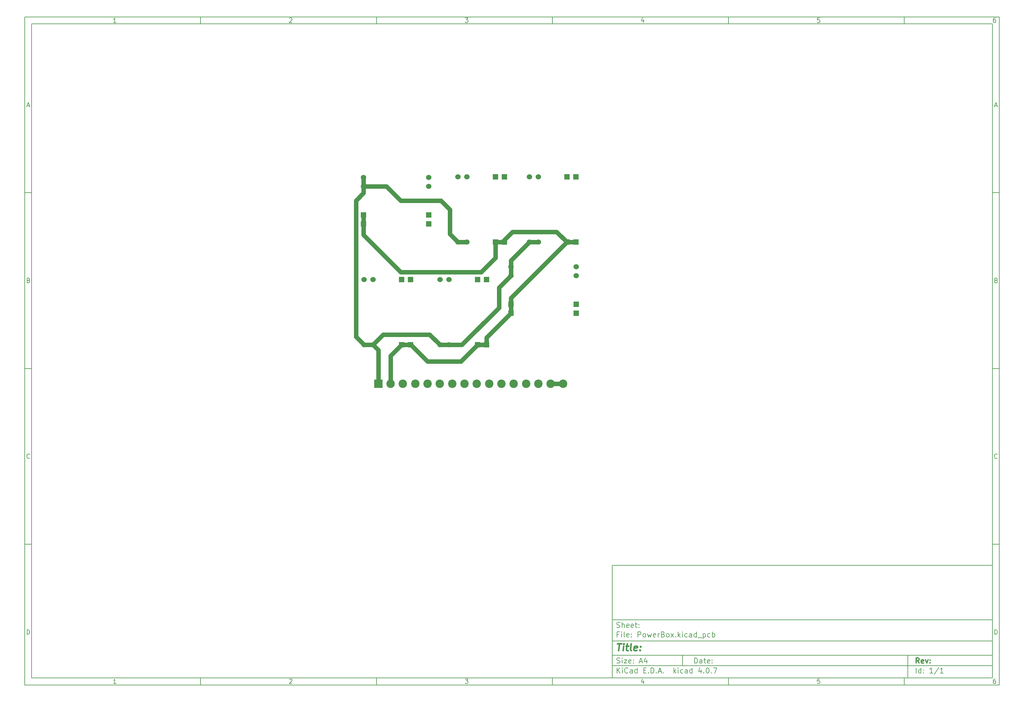
<source format=gtl>
G04 #@! TF.FileFunction,Copper,L1,Top,Signal*
%FSLAX46Y46*%
G04 Gerber Fmt 4.6, Leading zero omitted, Abs format (unit mm)*
G04 Created by KiCad (PCBNEW 4.0.7) date 09/30/17 17:29:36*
%MOMM*%
%LPD*%
G01*
G04 APERTURE LIST*
%ADD10C,0.100000*%
%ADD11C,0.150000*%
%ADD12C,0.300000*%
%ADD13C,0.400000*%
%ADD14R,2.400000X2.400000*%
%ADD15C,2.400000*%
%ADD16C,1.524000*%
%ADD17R,1.524000X1.524000*%
%ADD18C,1.270000*%
G04 APERTURE END LIST*
D10*
D11*
X177002200Y-166007200D02*
X177002200Y-198007200D01*
X285002200Y-198007200D01*
X285002200Y-166007200D01*
X177002200Y-166007200D01*
D10*
D11*
X10000000Y-10000000D02*
X10000000Y-200007200D01*
X287002200Y-200007200D01*
X287002200Y-10000000D01*
X10000000Y-10000000D01*
D10*
D11*
X12000000Y-12000000D02*
X12000000Y-198007200D01*
X285002200Y-198007200D01*
X285002200Y-12000000D01*
X12000000Y-12000000D01*
D10*
D11*
X60000000Y-12000000D02*
X60000000Y-10000000D01*
D10*
D11*
X110000000Y-12000000D02*
X110000000Y-10000000D01*
D10*
D11*
X160000000Y-12000000D02*
X160000000Y-10000000D01*
D10*
D11*
X210000000Y-12000000D02*
X210000000Y-10000000D01*
D10*
D11*
X260000000Y-12000000D02*
X260000000Y-10000000D01*
D10*
D11*
X35990476Y-11588095D02*
X35247619Y-11588095D01*
X35619048Y-11588095D02*
X35619048Y-10288095D01*
X35495238Y-10473810D01*
X35371429Y-10597619D01*
X35247619Y-10659524D01*
D10*
D11*
X85247619Y-10411905D02*
X85309524Y-10350000D01*
X85433333Y-10288095D01*
X85742857Y-10288095D01*
X85866667Y-10350000D01*
X85928571Y-10411905D01*
X85990476Y-10535714D01*
X85990476Y-10659524D01*
X85928571Y-10845238D01*
X85185714Y-11588095D01*
X85990476Y-11588095D01*
D10*
D11*
X135185714Y-10288095D02*
X135990476Y-10288095D01*
X135557143Y-10783333D01*
X135742857Y-10783333D01*
X135866667Y-10845238D01*
X135928571Y-10907143D01*
X135990476Y-11030952D01*
X135990476Y-11340476D01*
X135928571Y-11464286D01*
X135866667Y-11526190D01*
X135742857Y-11588095D01*
X135371429Y-11588095D01*
X135247619Y-11526190D01*
X135185714Y-11464286D01*
D10*
D11*
X185866667Y-10721429D02*
X185866667Y-11588095D01*
X185557143Y-10226190D02*
X185247619Y-11154762D01*
X186052381Y-11154762D01*
D10*
D11*
X235928571Y-10288095D02*
X235309524Y-10288095D01*
X235247619Y-10907143D01*
X235309524Y-10845238D01*
X235433333Y-10783333D01*
X235742857Y-10783333D01*
X235866667Y-10845238D01*
X235928571Y-10907143D01*
X235990476Y-11030952D01*
X235990476Y-11340476D01*
X235928571Y-11464286D01*
X235866667Y-11526190D01*
X235742857Y-11588095D01*
X235433333Y-11588095D01*
X235309524Y-11526190D01*
X235247619Y-11464286D01*
D10*
D11*
X285866667Y-10288095D02*
X285619048Y-10288095D01*
X285495238Y-10350000D01*
X285433333Y-10411905D01*
X285309524Y-10597619D01*
X285247619Y-10845238D01*
X285247619Y-11340476D01*
X285309524Y-11464286D01*
X285371429Y-11526190D01*
X285495238Y-11588095D01*
X285742857Y-11588095D01*
X285866667Y-11526190D01*
X285928571Y-11464286D01*
X285990476Y-11340476D01*
X285990476Y-11030952D01*
X285928571Y-10907143D01*
X285866667Y-10845238D01*
X285742857Y-10783333D01*
X285495238Y-10783333D01*
X285371429Y-10845238D01*
X285309524Y-10907143D01*
X285247619Y-11030952D01*
D10*
D11*
X60000000Y-198007200D02*
X60000000Y-200007200D01*
D10*
D11*
X110000000Y-198007200D02*
X110000000Y-200007200D01*
D10*
D11*
X160000000Y-198007200D02*
X160000000Y-200007200D01*
D10*
D11*
X210000000Y-198007200D02*
X210000000Y-200007200D01*
D10*
D11*
X260000000Y-198007200D02*
X260000000Y-200007200D01*
D10*
D11*
X35990476Y-199595295D02*
X35247619Y-199595295D01*
X35619048Y-199595295D02*
X35619048Y-198295295D01*
X35495238Y-198481010D01*
X35371429Y-198604819D01*
X35247619Y-198666724D01*
D10*
D11*
X85247619Y-198419105D02*
X85309524Y-198357200D01*
X85433333Y-198295295D01*
X85742857Y-198295295D01*
X85866667Y-198357200D01*
X85928571Y-198419105D01*
X85990476Y-198542914D01*
X85990476Y-198666724D01*
X85928571Y-198852438D01*
X85185714Y-199595295D01*
X85990476Y-199595295D01*
D10*
D11*
X135185714Y-198295295D02*
X135990476Y-198295295D01*
X135557143Y-198790533D01*
X135742857Y-198790533D01*
X135866667Y-198852438D01*
X135928571Y-198914343D01*
X135990476Y-199038152D01*
X135990476Y-199347676D01*
X135928571Y-199471486D01*
X135866667Y-199533390D01*
X135742857Y-199595295D01*
X135371429Y-199595295D01*
X135247619Y-199533390D01*
X135185714Y-199471486D01*
D10*
D11*
X185866667Y-198728629D02*
X185866667Y-199595295D01*
X185557143Y-198233390D02*
X185247619Y-199161962D01*
X186052381Y-199161962D01*
D10*
D11*
X235928571Y-198295295D02*
X235309524Y-198295295D01*
X235247619Y-198914343D01*
X235309524Y-198852438D01*
X235433333Y-198790533D01*
X235742857Y-198790533D01*
X235866667Y-198852438D01*
X235928571Y-198914343D01*
X235990476Y-199038152D01*
X235990476Y-199347676D01*
X235928571Y-199471486D01*
X235866667Y-199533390D01*
X235742857Y-199595295D01*
X235433333Y-199595295D01*
X235309524Y-199533390D01*
X235247619Y-199471486D01*
D10*
D11*
X285866667Y-198295295D02*
X285619048Y-198295295D01*
X285495238Y-198357200D01*
X285433333Y-198419105D01*
X285309524Y-198604819D01*
X285247619Y-198852438D01*
X285247619Y-199347676D01*
X285309524Y-199471486D01*
X285371429Y-199533390D01*
X285495238Y-199595295D01*
X285742857Y-199595295D01*
X285866667Y-199533390D01*
X285928571Y-199471486D01*
X285990476Y-199347676D01*
X285990476Y-199038152D01*
X285928571Y-198914343D01*
X285866667Y-198852438D01*
X285742857Y-198790533D01*
X285495238Y-198790533D01*
X285371429Y-198852438D01*
X285309524Y-198914343D01*
X285247619Y-199038152D01*
D10*
D11*
X10000000Y-60000000D02*
X12000000Y-60000000D01*
D10*
D11*
X10000000Y-110000000D02*
X12000000Y-110000000D01*
D10*
D11*
X10000000Y-160000000D02*
X12000000Y-160000000D01*
D10*
D11*
X10690476Y-35216667D02*
X11309524Y-35216667D01*
X10566667Y-35588095D02*
X11000000Y-34288095D01*
X11433333Y-35588095D01*
D10*
D11*
X11092857Y-84907143D02*
X11278571Y-84969048D01*
X11340476Y-85030952D01*
X11402381Y-85154762D01*
X11402381Y-85340476D01*
X11340476Y-85464286D01*
X11278571Y-85526190D01*
X11154762Y-85588095D01*
X10659524Y-85588095D01*
X10659524Y-84288095D01*
X11092857Y-84288095D01*
X11216667Y-84350000D01*
X11278571Y-84411905D01*
X11340476Y-84535714D01*
X11340476Y-84659524D01*
X11278571Y-84783333D01*
X11216667Y-84845238D01*
X11092857Y-84907143D01*
X10659524Y-84907143D01*
D10*
D11*
X11402381Y-135464286D02*
X11340476Y-135526190D01*
X11154762Y-135588095D01*
X11030952Y-135588095D01*
X10845238Y-135526190D01*
X10721429Y-135402381D01*
X10659524Y-135278571D01*
X10597619Y-135030952D01*
X10597619Y-134845238D01*
X10659524Y-134597619D01*
X10721429Y-134473810D01*
X10845238Y-134350000D01*
X11030952Y-134288095D01*
X11154762Y-134288095D01*
X11340476Y-134350000D01*
X11402381Y-134411905D01*
D10*
D11*
X10659524Y-185588095D02*
X10659524Y-184288095D01*
X10969048Y-184288095D01*
X11154762Y-184350000D01*
X11278571Y-184473810D01*
X11340476Y-184597619D01*
X11402381Y-184845238D01*
X11402381Y-185030952D01*
X11340476Y-185278571D01*
X11278571Y-185402381D01*
X11154762Y-185526190D01*
X10969048Y-185588095D01*
X10659524Y-185588095D01*
D10*
D11*
X287002200Y-60000000D02*
X285002200Y-60000000D01*
D10*
D11*
X287002200Y-110000000D02*
X285002200Y-110000000D01*
D10*
D11*
X287002200Y-160000000D02*
X285002200Y-160000000D01*
D10*
D11*
X285692676Y-35216667D02*
X286311724Y-35216667D01*
X285568867Y-35588095D02*
X286002200Y-34288095D01*
X286435533Y-35588095D01*
D10*
D11*
X286095057Y-84907143D02*
X286280771Y-84969048D01*
X286342676Y-85030952D01*
X286404581Y-85154762D01*
X286404581Y-85340476D01*
X286342676Y-85464286D01*
X286280771Y-85526190D01*
X286156962Y-85588095D01*
X285661724Y-85588095D01*
X285661724Y-84288095D01*
X286095057Y-84288095D01*
X286218867Y-84350000D01*
X286280771Y-84411905D01*
X286342676Y-84535714D01*
X286342676Y-84659524D01*
X286280771Y-84783333D01*
X286218867Y-84845238D01*
X286095057Y-84907143D01*
X285661724Y-84907143D01*
D10*
D11*
X286404581Y-135464286D02*
X286342676Y-135526190D01*
X286156962Y-135588095D01*
X286033152Y-135588095D01*
X285847438Y-135526190D01*
X285723629Y-135402381D01*
X285661724Y-135278571D01*
X285599819Y-135030952D01*
X285599819Y-134845238D01*
X285661724Y-134597619D01*
X285723629Y-134473810D01*
X285847438Y-134350000D01*
X286033152Y-134288095D01*
X286156962Y-134288095D01*
X286342676Y-134350000D01*
X286404581Y-134411905D01*
D10*
D11*
X285661724Y-185588095D02*
X285661724Y-184288095D01*
X285971248Y-184288095D01*
X286156962Y-184350000D01*
X286280771Y-184473810D01*
X286342676Y-184597619D01*
X286404581Y-184845238D01*
X286404581Y-185030952D01*
X286342676Y-185278571D01*
X286280771Y-185402381D01*
X286156962Y-185526190D01*
X285971248Y-185588095D01*
X285661724Y-185588095D01*
D10*
D11*
X200359343Y-193785771D02*
X200359343Y-192285771D01*
X200716486Y-192285771D01*
X200930771Y-192357200D01*
X201073629Y-192500057D01*
X201145057Y-192642914D01*
X201216486Y-192928629D01*
X201216486Y-193142914D01*
X201145057Y-193428629D01*
X201073629Y-193571486D01*
X200930771Y-193714343D01*
X200716486Y-193785771D01*
X200359343Y-193785771D01*
X202502200Y-193785771D02*
X202502200Y-193000057D01*
X202430771Y-192857200D01*
X202287914Y-192785771D01*
X202002200Y-192785771D01*
X201859343Y-192857200D01*
X202502200Y-193714343D02*
X202359343Y-193785771D01*
X202002200Y-193785771D01*
X201859343Y-193714343D01*
X201787914Y-193571486D01*
X201787914Y-193428629D01*
X201859343Y-193285771D01*
X202002200Y-193214343D01*
X202359343Y-193214343D01*
X202502200Y-193142914D01*
X203002200Y-192785771D02*
X203573629Y-192785771D01*
X203216486Y-192285771D02*
X203216486Y-193571486D01*
X203287914Y-193714343D01*
X203430772Y-193785771D01*
X203573629Y-193785771D01*
X204645057Y-193714343D02*
X204502200Y-193785771D01*
X204216486Y-193785771D01*
X204073629Y-193714343D01*
X204002200Y-193571486D01*
X204002200Y-193000057D01*
X204073629Y-192857200D01*
X204216486Y-192785771D01*
X204502200Y-192785771D01*
X204645057Y-192857200D01*
X204716486Y-193000057D01*
X204716486Y-193142914D01*
X204002200Y-193285771D01*
X205359343Y-193642914D02*
X205430771Y-193714343D01*
X205359343Y-193785771D01*
X205287914Y-193714343D01*
X205359343Y-193642914D01*
X205359343Y-193785771D01*
X205359343Y-192857200D02*
X205430771Y-192928629D01*
X205359343Y-193000057D01*
X205287914Y-192928629D01*
X205359343Y-192857200D01*
X205359343Y-193000057D01*
D10*
D11*
X177002200Y-194507200D02*
X285002200Y-194507200D01*
D10*
D11*
X178359343Y-196585771D02*
X178359343Y-195085771D01*
X179216486Y-196585771D02*
X178573629Y-195728629D01*
X179216486Y-195085771D02*
X178359343Y-195942914D01*
X179859343Y-196585771D02*
X179859343Y-195585771D01*
X179859343Y-195085771D02*
X179787914Y-195157200D01*
X179859343Y-195228629D01*
X179930771Y-195157200D01*
X179859343Y-195085771D01*
X179859343Y-195228629D01*
X181430772Y-196442914D02*
X181359343Y-196514343D01*
X181145057Y-196585771D01*
X181002200Y-196585771D01*
X180787915Y-196514343D01*
X180645057Y-196371486D01*
X180573629Y-196228629D01*
X180502200Y-195942914D01*
X180502200Y-195728629D01*
X180573629Y-195442914D01*
X180645057Y-195300057D01*
X180787915Y-195157200D01*
X181002200Y-195085771D01*
X181145057Y-195085771D01*
X181359343Y-195157200D01*
X181430772Y-195228629D01*
X182716486Y-196585771D02*
X182716486Y-195800057D01*
X182645057Y-195657200D01*
X182502200Y-195585771D01*
X182216486Y-195585771D01*
X182073629Y-195657200D01*
X182716486Y-196514343D02*
X182573629Y-196585771D01*
X182216486Y-196585771D01*
X182073629Y-196514343D01*
X182002200Y-196371486D01*
X182002200Y-196228629D01*
X182073629Y-196085771D01*
X182216486Y-196014343D01*
X182573629Y-196014343D01*
X182716486Y-195942914D01*
X184073629Y-196585771D02*
X184073629Y-195085771D01*
X184073629Y-196514343D02*
X183930772Y-196585771D01*
X183645058Y-196585771D01*
X183502200Y-196514343D01*
X183430772Y-196442914D01*
X183359343Y-196300057D01*
X183359343Y-195871486D01*
X183430772Y-195728629D01*
X183502200Y-195657200D01*
X183645058Y-195585771D01*
X183930772Y-195585771D01*
X184073629Y-195657200D01*
X185930772Y-195800057D02*
X186430772Y-195800057D01*
X186645058Y-196585771D02*
X185930772Y-196585771D01*
X185930772Y-195085771D01*
X186645058Y-195085771D01*
X187287915Y-196442914D02*
X187359343Y-196514343D01*
X187287915Y-196585771D01*
X187216486Y-196514343D01*
X187287915Y-196442914D01*
X187287915Y-196585771D01*
X188002201Y-196585771D02*
X188002201Y-195085771D01*
X188359344Y-195085771D01*
X188573629Y-195157200D01*
X188716487Y-195300057D01*
X188787915Y-195442914D01*
X188859344Y-195728629D01*
X188859344Y-195942914D01*
X188787915Y-196228629D01*
X188716487Y-196371486D01*
X188573629Y-196514343D01*
X188359344Y-196585771D01*
X188002201Y-196585771D01*
X189502201Y-196442914D02*
X189573629Y-196514343D01*
X189502201Y-196585771D01*
X189430772Y-196514343D01*
X189502201Y-196442914D01*
X189502201Y-196585771D01*
X190145058Y-196157200D02*
X190859344Y-196157200D01*
X190002201Y-196585771D02*
X190502201Y-195085771D01*
X191002201Y-196585771D01*
X191502201Y-196442914D02*
X191573629Y-196514343D01*
X191502201Y-196585771D01*
X191430772Y-196514343D01*
X191502201Y-196442914D01*
X191502201Y-196585771D01*
X194502201Y-196585771D02*
X194502201Y-195085771D01*
X194645058Y-196014343D02*
X195073629Y-196585771D01*
X195073629Y-195585771D02*
X194502201Y-196157200D01*
X195716487Y-196585771D02*
X195716487Y-195585771D01*
X195716487Y-195085771D02*
X195645058Y-195157200D01*
X195716487Y-195228629D01*
X195787915Y-195157200D01*
X195716487Y-195085771D01*
X195716487Y-195228629D01*
X197073630Y-196514343D02*
X196930773Y-196585771D01*
X196645059Y-196585771D01*
X196502201Y-196514343D01*
X196430773Y-196442914D01*
X196359344Y-196300057D01*
X196359344Y-195871486D01*
X196430773Y-195728629D01*
X196502201Y-195657200D01*
X196645059Y-195585771D01*
X196930773Y-195585771D01*
X197073630Y-195657200D01*
X198359344Y-196585771D02*
X198359344Y-195800057D01*
X198287915Y-195657200D01*
X198145058Y-195585771D01*
X197859344Y-195585771D01*
X197716487Y-195657200D01*
X198359344Y-196514343D02*
X198216487Y-196585771D01*
X197859344Y-196585771D01*
X197716487Y-196514343D01*
X197645058Y-196371486D01*
X197645058Y-196228629D01*
X197716487Y-196085771D01*
X197859344Y-196014343D01*
X198216487Y-196014343D01*
X198359344Y-195942914D01*
X199716487Y-196585771D02*
X199716487Y-195085771D01*
X199716487Y-196514343D02*
X199573630Y-196585771D01*
X199287916Y-196585771D01*
X199145058Y-196514343D01*
X199073630Y-196442914D01*
X199002201Y-196300057D01*
X199002201Y-195871486D01*
X199073630Y-195728629D01*
X199145058Y-195657200D01*
X199287916Y-195585771D01*
X199573630Y-195585771D01*
X199716487Y-195657200D01*
X202216487Y-195585771D02*
X202216487Y-196585771D01*
X201859344Y-195014343D02*
X201502201Y-196085771D01*
X202430773Y-196085771D01*
X203002201Y-196442914D02*
X203073629Y-196514343D01*
X203002201Y-196585771D01*
X202930772Y-196514343D01*
X203002201Y-196442914D01*
X203002201Y-196585771D01*
X204002201Y-195085771D02*
X204145058Y-195085771D01*
X204287915Y-195157200D01*
X204359344Y-195228629D01*
X204430773Y-195371486D01*
X204502201Y-195657200D01*
X204502201Y-196014343D01*
X204430773Y-196300057D01*
X204359344Y-196442914D01*
X204287915Y-196514343D01*
X204145058Y-196585771D01*
X204002201Y-196585771D01*
X203859344Y-196514343D01*
X203787915Y-196442914D01*
X203716487Y-196300057D01*
X203645058Y-196014343D01*
X203645058Y-195657200D01*
X203716487Y-195371486D01*
X203787915Y-195228629D01*
X203859344Y-195157200D01*
X204002201Y-195085771D01*
X205145058Y-196442914D02*
X205216486Y-196514343D01*
X205145058Y-196585771D01*
X205073629Y-196514343D01*
X205145058Y-196442914D01*
X205145058Y-196585771D01*
X205716487Y-195085771D02*
X206716487Y-195085771D01*
X206073630Y-196585771D01*
D10*
D11*
X177002200Y-191507200D02*
X285002200Y-191507200D01*
D10*
D12*
X264216486Y-193785771D02*
X263716486Y-193071486D01*
X263359343Y-193785771D02*
X263359343Y-192285771D01*
X263930771Y-192285771D01*
X264073629Y-192357200D01*
X264145057Y-192428629D01*
X264216486Y-192571486D01*
X264216486Y-192785771D01*
X264145057Y-192928629D01*
X264073629Y-193000057D01*
X263930771Y-193071486D01*
X263359343Y-193071486D01*
X265430771Y-193714343D02*
X265287914Y-193785771D01*
X265002200Y-193785771D01*
X264859343Y-193714343D01*
X264787914Y-193571486D01*
X264787914Y-193000057D01*
X264859343Y-192857200D01*
X265002200Y-192785771D01*
X265287914Y-192785771D01*
X265430771Y-192857200D01*
X265502200Y-193000057D01*
X265502200Y-193142914D01*
X264787914Y-193285771D01*
X266002200Y-192785771D02*
X266359343Y-193785771D01*
X266716485Y-192785771D01*
X267287914Y-193642914D02*
X267359342Y-193714343D01*
X267287914Y-193785771D01*
X267216485Y-193714343D01*
X267287914Y-193642914D01*
X267287914Y-193785771D01*
X267287914Y-192857200D02*
X267359342Y-192928629D01*
X267287914Y-193000057D01*
X267216485Y-192928629D01*
X267287914Y-192857200D01*
X267287914Y-193000057D01*
D10*
D11*
X178287914Y-193714343D02*
X178502200Y-193785771D01*
X178859343Y-193785771D01*
X179002200Y-193714343D01*
X179073629Y-193642914D01*
X179145057Y-193500057D01*
X179145057Y-193357200D01*
X179073629Y-193214343D01*
X179002200Y-193142914D01*
X178859343Y-193071486D01*
X178573629Y-193000057D01*
X178430771Y-192928629D01*
X178359343Y-192857200D01*
X178287914Y-192714343D01*
X178287914Y-192571486D01*
X178359343Y-192428629D01*
X178430771Y-192357200D01*
X178573629Y-192285771D01*
X178930771Y-192285771D01*
X179145057Y-192357200D01*
X179787914Y-193785771D02*
X179787914Y-192785771D01*
X179787914Y-192285771D02*
X179716485Y-192357200D01*
X179787914Y-192428629D01*
X179859342Y-192357200D01*
X179787914Y-192285771D01*
X179787914Y-192428629D01*
X180359343Y-192785771D02*
X181145057Y-192785771D01*
X180359343Y-193785771D01*
X181145057Y-193785771D01*
X182287914Y-193714343D02*
X182145057Y-193785771D01*
X181859343Y-193785771D01*
X181716486Y-193714343D01*
X181645057Y-193571486D01*
X181645057Y-193000057D01*
X181716486Y-192857200D01*
X181859343Y-192785771D01*
X182145057Y-192785771D01*
X182287914Y-192857200D01*
X182359343Y-193000057D01*
X182359343Y-193142914D01*
X181645057Y-193285771D01*
X183002200Y-193642914D02*
X183073628Y-193714343D01*
X183002200Y-193785771D01*
X182930771Y-193714343D01*
X183002200Y-193642914D01*
X183002200Y-193785771D01*
X183002200Y-192857200D02*
X183073628Y-192928629D01*
X183002200Y-193000057D01*
X182930771Y-192928629D01*
X183002200Y-192857200D01*
X183002200Y-193000057D01*
X184787914Y-193357200D02*
X185502200Y-193357200D01*
X184645057Y-193785771D02*
X185145057Y-192285771D01*
X185645057Y-193785771D01*
X186787914Y-192785771D02*
X186787914Y-193785771D01*
X186430771Y-192214343D02*
X186073628Y-193285771D01*
X187002200Y-193285771D01*
D10*
D11*
X263359343Y-196585771D02*
X263359343Y-195085771D01*
X264716486Y-196585771D02*
X264716486Y-195085771D01*
X264716486Y-196514343D02*
X264573629Y-196585771D01*
X264287915Y-196585771D01*
X264145057Y-196514343D01*
X264073629Y-196442914D01*
X264002200Y-196300057D01*
X264002200Y-195871486D01*
X264073629Y-195728629D01*
X264145057Y-195657200D01*
X264287915Y-195585771D01*
X264573629Y-195585771D01*
X264716486Y-195657200D01*
X265430772Y-196442914D02*
X265502200Y-196514343D01*
X265430772Y-196585771D01*
X265359343Y-196514343D01*
X265430772Y-196442914D01*
X265430772Y-196585771D01*
X265430772Y-195657200D02*
X265502200Y-195728629D01*
X265430772Y-195800057D01*
X265359343Y-195728629D01*
X265430772Y-195657200D01*
X265430772Y-195800057D01*
X268073629Y-196585771D02*
X267216486Y-196585771D01*
X267645058Y-196585771D02*
X267645058Y-195085771D01*
X267502201Y-195300057D01*
X267359343Y-195442914D01*
X267216486Y-195514343D01*
X269787914Y-195014343D02*
X268502200Y-196942914D01*
X271073629Y-196585771D02*
X270216486Y-196585771D01*
X270645058Y-196585771D02*
X270645058Y-195085771D01*
X270502201Y-195300057D01*
X270359343Y-195442914D01*
X270216486Y-195514343D01*
D10*
D11*
X177002200Y-187507200D02*
X285002200Y-187507200D01*
D10*
D13*
X178454581Y-188211962D02*
X179597438Y-188211962D01*
X178776010Y-190211962D02*
X179026010Y-188211962D01*
X180014105Y-190211962D02*
X180180771Y-188878629D01*
X180264105Y-188211962D02*
X180156962Y-188307200D01*
X180240295Y-188402438D01*
X180347439Y-188307200D01*
X180264105Y-188211962D01*
X180240295Y-188402438D01*
X180847438Y-188878629D02*
X181609343Y-188878629D01*
X181216486Y-188211962D02*
X181002200Y-189926248D01*
X181073630Y-190116724D01*
X181252201Y-190211962D01*
X181442677Y-190211962D01*
X182395058Y-190211962D02*
X182216487Y-190116724D01*
X182145057Y-189926248D01*
X182359343Y-188211962D01*
X183930772Y-190116724D02*
X183728391Y-190211962D01*
X183347439Y-190211962D01*
X183168867Y-190116724D01*
X183097438Y-189926248D01*
X183192676Y-189164343D01*
X183311724Y-188973867D01*
X183514105Y-188878629D01*
X183895057Y-188878629D01*
X184073629Y-188973867D01*
X184145057Y-189164343D01*
X184121248Y-189354819D01*
X183145057Y-189545295D01*
X184895057Y-190021486D02*
X184978392Y-190116724D01*
X184871248Y-190211962D01*
X184787915Y-190116724D01*
X184895057Y-190021486D01*
X184871248Y-190211962D01*
X185026010Y-188973867D02*
X185109344Y-189069105D01*
X185002200Y-189164343D01*
X184918867Y-189069105D01*
X185026010Y-188973867D01*
X185002200Y-189164343D01*
D10*
D11*
X178859343Y-185600057D02*
X178359343Y-185600057D01*
X178359343Y-186385771D02*
X178359343Y-184885771D01*
X179073629Y-184885771D01*
X179645057Y-186385771D02*
X179645057Y-185385771D01*
X179645057Y-184885771D02*
X179573628Y-184957200D01*
X179645057Y-185028629D01*
X179716485Y-184957200D01*
X179645057Y-184885771D01*
X179645057Y-185028629D01*
X180573629Y-186385771D02*
X180430771Y-186314343D01*
X180359343Y-186171486D01*
X180359343Y-184885771D01*
X181716485Y-186314343D02*
X181573628Y-186385771D01*
X181287914Y-186385771D01*
X181145057Y-186314343D01*
X181073628Y-186171486D01*
X181073628Y-185600057D01*
X181145057Y-185457200D01*
X181287914Y-185385771D01*
X181573628Y-185385771D01*
X181716485Y-185457200D01*
X181787914Y-185600057D01*
X181787914Y-185742914D01*
X181073628Y-185885771D01*
X182430771Y-186242914D02*
X182502199Y-186314343D01*
X182430771Y-186385771D01*
X182359342Y-186314343D01*
X182430771Y-186242914D01*
X182430771Y-186385771D01*
X182430771Y-185457200D02*
X182502199Y-185528629D01*
X182430771Y-185600057D01*
X182359342Y-185528629D01*
X182430771Y-185457200D01*
X182430771Y-185600057D01*
X184287914Y-186385771D02*
X184287914Y-184885771D01*
X184859342Y-184885771D01*
X185002200Y-184957200D01*
X185073628Y-185028629D01*
X185145057Y-185171486D01*
X185145057Y-185385771D01*
X185073628Y-185528629D01*
X185002200Y-185600057D01*
X184859342Y-185671486D01*
X184287914Y-185671486D01*
X186002200Y-186385771D02*
X185859342Y-186314343D01*
X185787914Y-186242914D01*
X185716485Y-186100057D01*
X185716485Y-185671486D01*
X185787914Y-185528629D01*
X185859342Y-185457200D01*
X186002200Y-185385771D01*
X186216485Y-185385771D01*
X186359342Y-185457200D01*
X186430771Y-185528629D01*
X186502200Y-185671486D01*
X186502200Y-186100057D01*
X186430771Y-186242914D01*
X186359342Y-186314343D01*
X186216485Y-186385771D01*
X186002200Y-186385771D01*
X187002200Y-185385771D02*
X187287914Y-186385771D01*
X187573628Y-185671486D01*
X187859343Y-186385771D01*
X188145057Y-185385771D01*
X189287914Y-186314343D02*
X189145057Y-186385771D01*
X188859343Y-186385771D01*
X188716486Y-186314343D01*
X188645057Y-186171486D01*
X188645057Y-185600057D01*
X188716486Y-185457200D01*
X188859343Y-185385771D01*
X189145057Y-185385771D01*
X189287914Y-185457200D01*
X189359343Y-185600057D01*
X189359343Y-185742914D01*
X188645057Y-185885771D01*
X190002200Y-186385771D02*
X190002200Y-185385771D01*
X190002200Y-185671486D02*
X190073628Y-185528629D01*
X190145057Y-185457200D01*
X190287914Y-185385771D01*
X190430771Y-185385771D01*
X191430771Y-185600057D02*
X191645057Y-185671486D01*
X191716485Y-185742914D01*
X191787914Y-185885771D01*
X191787914Y-186100057D01*
X191716485Y-186242914D01*
X191645057Y-186314343D01*
X191502199Y-186385771D01*
X190930771Y-186385771D01*
X190930771Y-184885771D01*
X191430771Y-184885771D01*
X191573628Y-184957200D01*
X191645057Y-185028629D01*
X191716485Y-185171486D01*
X191716485Y-185314343D01*
X191645057Y-185457200D01*
X191573628Y-185528629D01*
X191430771Y-185600057D01*
X190930771Y-185600057D01*
X192645057Y-186385771D02*
X192502199Y-186314343D01*
X192430771Y-186242914D01*
X192359342Y-186100057D01*
X192359342Y-185671486D01*
X192430771Y-185528629D01*
X192502199Y-185457200D01*
X192645057Y-185385771D01*
X192859342Y-185385771D01*
X193002199Y-185457200D01*
X193073628Y-185528629D01*
X193145057Y-185671486D01*
X193145057Y-186100057D01*
X193073628Y-186242914D01*
X193002199Y-186314343D01*
X192859342Y-186385771D01*
X192645057Y-186385771D01*
X193645057Y-186385771D02*
X194430771Y-185385771D01*
X193645057Y-185385771D02*
X194430771Y-186385771D01*
X195002200Y-186242914D02*
X195073628Y-186314343D01*
X195002200Y-186385771D01*
X194930771Y-186314343D01*
X195002200Y-186242914D01*
X195002200Y-186385771D01*
X195716486Y-186385771D02*
X195716486Y-184885771D01*
X195859343Y-185814343D02*
X196287914Y-186385771D01*
X196287914Y-185385771D02*
X195716486Y-185957200D01*
X196930772Y-186385771D02*
X196930772Y-185385771D01*
X196930772Y-184885771D02*
X196859343Y-184957200D01*
X196930772Y-185028629D01*
X197002200Y-184957200D01*
X196930772Y-184885771D01*
X196930772Y-185028629D01*
X198287915Y-186314343D02*
X198145058Y-186385771D01*
X197859344Y-186385771D01*
X197716486Y-186314343D01*
X197645058Y-186242914D01*
X197573629Y-186100057D01*
X197573629Y-185671486D01*
X197645058Y-185528629D01*
X197716486Y-185457200D01*
X197859344Y-185385771D01*
X198145058Y-185385771D01*
X198287915Y-185457200D01*
X199573629Y-186385771D02*
X199573629Y-185600057D01*
X199502200Y-185457200D01*
X199359343Y-185385771D01*
X199073629Y-185385771D01*
X198930772Y-185457200D01*
X199573629Y-186314343D02*
X199430772Y-186385771D01*
X199073629Y-186385771D01*
X198930772Y-186314343D01*
X198859343Y-186171486D01*
X198859343Y-186028629D01*
X198930772Y-185885771D01*
X199073629Y-185814343D01*
X199430772Y-185814343D01*
X199573629Y-185742914D01*
X200930772Y-186385771D02*
X200930772Y-184885771D01*
X200930772Y-186314343D02*
X200787915Y-186385771D01*
X200502201Y-186385771D01*
X200359343Y-186314343D01*
X200287915Y-186242914D01*
X200216486Y-186100057D01*
X200216486Y-185671486D01*
X200287915Y-185528629D01*
X200359343Y-185457200D01*
X200502201Y-185385771D01*
X200787915Y-185385771D01*
X200930772Y-185457200D01*
X201287915Y-186528629D02*
X202430772Y-186528629D01*
X202787915Y-185385771D02*
X202787915Y-186885771D01*
X202787915Y-185457200D02*
X202930772Y-185385771D01*
X203216486Y-185385771D01*
X203359343Y-185457200D01*
X203430772Y-185528629D01*
X203502201Y-185671486D01*
X203502201Y-186100057D01*
X203430772Y-186242914D01*
X203359343Y-186314343D01*
X203216486Y-186385771D01*
X202930772Y-186385771D01*
X202787915Y-186314343D01*
X204787915Y-186314343D02*
X204645058Y-186385771D01*
X204359344Y-186385771D01*
X204216486Y-186314343D01*
X204145058Y-186242914D01*
X204073629Y-186100057D01*
X204073629Y-185671486D01*
X204145058Y-185528629D01*
X204216486Y-185457200D01*
X204359344Y-185385771D01*
X204645058Y-185385771D01*
X204787915Y-185457200D01*
X205430772Y-186385771D02*
X205430772Y-184885771D01*
X205430772Y-185457200D02*
X205573629Y-185385771D01*
X205859343Y-185385771D01*
X206002200Y-185457200D01*
X206073629Y-185528629D01*
X206145058Y-185671486D01*
X206145058Y-186100057D01*
X206073629Y-186242914D01*
X206002200Y-186314343D01*
X205859343Y-186385771D01*
X205573629Y-186385771D01*
X205430772Y-186314343D01*
D10*
D11*
X177002200Y-181507200D02*
X285002200Y-181507200D01*
D10*
D11*
X178287914Y-183614343D02*
X178502200Y-183685771D01*
X178859343Y-183685771D01*
X179002200Y-183614343D01*
X179073629Y-183542914D01*
X179145057Y-183400057D01*
X179145057Y-183257200D01*
X179073629Y-183114343D01*
X179002200Y-183042914D01*
X178859343Y-182971486D01*
X178573629Y-182900057D01*
X178430771Y-182828629D01*
X178359343Y-182757200D01*
X178287914Y-182614343D01*
X178287914Y-182471486D01*
X178359343Y-182328629D01*
X178430771Y-182257200D01*
X178573629Y-182185771D01*
X178930771Y-182185771D01*
X179145057Y-182257200D01*
X179787914Y-183685771D02*
X179787914Y-182185771D01*
X180430771Y-183685771D02*
X180430771Y-182900057D01*
X180359342Y-182757200D01*
X180216485Y-182685771D01*
X180002200Y-182685771D01*
X179859342Y-182757200D01*
X179787914Y-182828629D01*
X181716485Y-183614343D02*
X181573628Y-183685771D01*
X181287914Y-183685771D01*
X181145057Y-183614343D01*
X181073628Y-183471486D01*
X181073628Y-182900057D01*
X181145057Y-182757200D01*
X181287914Y-182685771D01*
X181573628Y-182685771D01*
X181716485Y-182757200D01*
X181787914Y-182900057D01*
X181787914Y-183042914D01*
X181073628Y-183185771D01*
X183002199Y-183614343D02*
X182859342Y-183685771D01*
X182573628Y-183685771D01*
X182430771Y-183614343D01*
X182359342Y-183471486D01*
X182359342Y-182900057D01*
X182430771Y-182757200D01*
X182573628Y-182685771D01*
X182859342Y-182685771D01*
X183002199Y-182757200D01*
X183073628Y-182900057D01*
X183073628Y-183042914D01*
X182359342Y-183185771D01*
X183502199Y-182685771D02*
X184073628Y-182685771D01*
X183716485Y-182185771D02*
X183716485Y-183471486D01*
X183787913Y-183614343D01*
X183930771Y-183685771D01*
X184073628Y-183685771D01*
X184573628Y-183542914D02*
X184645056Y-183614343D01*
X184573628Y-183685771D01*
X184502199Y-183614343D01*
X184573628Y-183542914D01*
X184573628Y-183685771D01*
X184573628Y-182757200D02*
X184645056Y-182828629D01*
X184573628Y-182900057D01*
X184502199Y-182828629D01*
X184573628Y-182757200D01*
X184573628Y-182900057D01*
D10*
D11*
X197002200Y-191507200D02*
X197002200Y-194507200D01*
D10*
D11*
X261002200Y-191507200D02*
X261002200Y-198007200D01*
D14*
X110490000Y-114300000D03*
D15*
X113990000Y-114300000D03*
X117490000Y-114300000D03*
X120990000Y-114300000D03*
X124490000Y-114300000D03*
X127990000Y-114300000D03*
X131490000Y-114300000D03*
X134990000Y-114300000D03*
X138490000Y-114300000D03*
X141990000Y-114300000D03*
X145490000Y-114300000D03*
X148990000Y-114300000D03*
X152490000Y-114300000D03*
X155990000Y-114300000D03*
X159490000Y-114300000D03*
X162990000Y-114300000D03*
D16*
X106426000Y-84709000D03*
X108966000Y-84709000D03*
D17*
X119634000Y-84709000D03*
X117094000Y-84709000D03*
X119634000Y-103251000D03*
X117094000Y-103251000D03*
D16*
X108966000Y-103251000D03*
X106426000Y-103251000D03*
X124841000Y-55626000D03*
X124841000Y-58166000D03*
D17*
X124841000Y-68834000D03*
X124841000Y-66294000D03*
X106299000Y-68834000D03*
X106299000Y-66294000D03*
D16*
X106299000Y-58166000D03*
X106299000Y-55626000D03*
X128016000Y-84709000D03*
X130556000Y-84709000D03*
D17*
X141224000Y-84709000D03*
X138684000Y-84709000D03*
X141224000Y-103251000D03*
X138684000Y-103251000D03*
D16*
X130556000Y-103251000D03*
X128016000Y-103251000D03*
X133096000Y-55499000D03*
X135636000Y-55499000D03*
D17*
X146304000Y-55499000D03*
X143764000Y-55499000D03*
X146304000Y-74041000D03*
X143764000Y-74041000D03*
D16*
X135636000Y-74041000D03*
X133096000Y-74041000D03*
X153416000Y-55499000D03*
X155956000Y-55499000D03*
D17*
X166624000Y-55499000D03*
X164084000Y-55499000D03*
X166624000Y-74041000D03*
X164084000Y-74041000D03*
D16*
X155956000Y-74041000D03*
X153416000Y-74041000D03*
X166751000Y-81026000D03*
X166751000Y-83566000D03*
D17*
X166751000Y-94234000D03*
X166751000Y-91694000D03*
X148209000Y-94234000D03*
X148209000Y-91694000D03*
D16*
X148209000Y-83566000D03*
X148209000Y-81026000D03*
D18*
X128270000Y-62230000D02*
X116840000Y-62230000D01*
X130810000Y-64770000D02*
X128270000Y-62230000D01*
X130810000Y-71755000D02*
X130810000Y-64770000D01*
X133096000Y-74041000D02*
X130810000Y-71755000D01*
X112776000Y-58166000D02*
X106299000Y-58166000D01*
X116840000Y-62230000D02*
X112776000Y-58166000D01*
X106299000Y-58166000D02*
X106299000Y-60071000D01*
X106299000Y-60071000D02*
X104140000Y-62230000D01*
X104140000Y-62230000D02*
X104140000Y-100965000D01*
X104140000Y-100965000D02*
X106426000Y-103251000D01*
X135636000Y-74041000D02*
X133096000Y-74041000D01*
X106299000Y-58166000D02*
X106299000Y-55626000D01*
X148209000Y-81026000D02*
X148209000Y-79248000D01*
X148209000Y-79248000D02*
X153416000Y-74041000D01*
X153416000Y-74041000D02*
X155956000Y-74041000D01*
X148209000Y-81026000D02*
X148209000Y-83566000D01*
X130556000Y-103251000D02*
X134239000Y-103251000D01*
X144780000Y-86995000D02*
X148209000Y-83566000D01*
X144780000Y-92710000D02*
X144780000Y-86995000D01*
X134239000Y-103251000D02*
X144780000Y-92710000D01*
X130556000Y-103251000D02*
X128016000Y-103251000D01*
X128016000Y-103251000D02*
X125095000Y-100330000D01*
X125095000Y-100330000D02*
X111887000Y-100330000D01*
X111887000Y-100330000D02*
X108966000Y-103251000D01*
X106426000Y-103251000D02*
X108966000Y-103251000D01*
X108966000Y-103251000D02*
X110490000Y-104775000D01*
X110490000Y-104775000D02*
X110490000Y-114300000D01*
X143764000Y-74041000D02*
X143764000Y-78486000D01*
X106299000Y-72009000D02*
X106299000Y-68834000D01*
X116840000Y-82550000D02*
X106299000Y-72009000D01*
X139700000Y-82550000D02*
X116840000Y-82550000D01*
X143764000Y-78486000D02*
X139700000Y-82550000D01*
X146304000Y-74041000D02*
X146304000Y-73406000D01*
X146304000Y-73406000D02*
X148590000Y-71120000D01*
X161163000Y-71120000D02*
X164084000Y-74041000D01*
X148590000Y-71120000D02*
X161163000Y-71120000D01*
X106299000Y-66294000D02*
X106299000Y-68834000D01*
X143764000Y-74041000D02*
X146304000Y-74041000D01*
X148209000Y-91694000D02*
X148209000Y-89916000D01*
X148209000Y-89916000D02*
X164084000Y-74041000D01*
X164084000Y-74041000D02*
X166624000Y-74041000D01*
X141224000Y-103251000D02*
X141224000Y-101219000D01*
X141224000Y-101219000D02*
X148209000Y-94234000D01*
X148209000Y-94234000D02*
X148209000Y-91694000D01*
X119634000Y-103251000D02*
X119761000Y-103251000D01*
X119761000Y-103251000D02*
X124460000Y-107950000D01*
X133985000Y-107950000D02*
X138684000Y-103251000D01*
X124460000Y-107950000D02*
X133985000Y-107950000D01*
X138684000Y-103251000D02*
X141224000Y-103251000D01*
X113990000Y-114300000D02*
X113990000Y-106355000D01*
X113990000Y-106355000D02*
X117094000Y-103251000D01*
X117094000Y-103251000D02*
X119634000Y-103251000D01*
X159490000Y-114300000D02*
X162990000Y-114300000D01*
M02*

</source>
